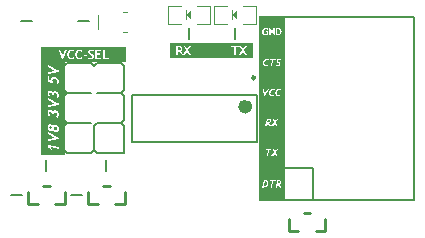
<source format=gto>
G04*
G04 #@! TF.GenerationSoftware,Altium Limited,Altium Designer,19.1.7 (138)*
G04*
G04 Layer_Color=65535*
%FSLAX25Y25*%
%MOIN*%
G70*
G01*
G75*
%ADD10C,0.02362*%
%ADD11C,0.00984*%
%ADD12C,0.00197*%
%ADD13C,0.00787*%
%ADD14C,0.00800*%
%ADD15C,0.00394*%
G36*
X70354Y74764D02*
X68780Y76339D01*
X70354Y77913D01*
Y74764D01*
D02*
G37*
G36*
X68780D02*
X68661D01*
Y77913D01*
X68780D01*
Y74764D01*
D02*
G37*
G36*
X85630D02*
X84055Y76339D01*
X85630Y77913D01*
Y74764D01*
D02*
G37*
G36*
X84055D02*
X83937D01*
Y77913D01*
X84055D01*
Y74764D01*
D02*
G37*
G36*
X101496Y65417D02*
Y55417D01*
Y45417D01*
Y35417D01*
Y25417D01*
Y14410D01*
X92835D01*
Y25417D01*
Y35417D01*
Y45417D01*
Y55417D01*
Y65417D01*
Y76181D01*
X101496D01*
Y65417D01*
D02*
G37*
G36*
X91037Y61929D02*
X63150D01*
Y67087D01*
X91037D01*
Y61929D01*
D02*
G37*
G36*
X28189Y52520D02*
X28189D01*
Y41614D01*
X28189D01*
Y29803D01*
X20315D01*
Y40787D01*
X20315D01*
Y52598D01*
X20315D01*
Y60624D01*
X28189D01*
Y52520D01*
D02*
G37*
G36*
X48583Y60630D02*
X20315D01*
Y65787D01*
X48583D01*
Y60630D01*
D02*
G37*
%LPC*%
G36*
X95207Y72050D02*
X95167D01*
X95065Y72046D01*
X94967Y72035D01*
X94876Y72017D01*
X94792Y71995D01*
X94712Y71969D01*
X94639Y71937D01*
X94570Y71908D01*
X94512Y71875D01*
X94457Y71838D01*
X94410Y71809D01*
X94370Y71780D01*
X94337Y71751D01*
X94308Y71729D01*
X94290Y71711D01*
X94279Y71700D01*
X94275Y71697D01*
X94217Y71627D01*
X94166Y71558D01*
X94122Y71482D01*
X94082Y71409D01*
X94053Y71333D01*
X94024Y71256D01*
X94002Y71183D01*
X93984Y71114D01*
X93973Y71045D01*
X93962Y70987D01*
X93955Y70929D01*
X93948Y70881D01*
Y70845D01*
X93944Y70816D01*
Y70790D01*
X93948Y70688D01*
X93959Y70590D01*
X93973Y70499D01*
X93991Y70412D01*
X94013Y70332D01*
X94039Y70259D01*
X94068Y70190D01*
X94097Y70128D01*
X94122Y70073D01*
X94152Y70026D01*
X94177Y69986D01*
X94199Y69949D01*
X94217Y69924D01*
X94232Y69902D01*
X94243Y69891D01*
X94246Y69887D01*
X94304Y69829D01*
X94370Y69775D01*
X94435Y69731D01*
X94505Y69691D01*
X94574Y69658D01*
X94643Y69633D01*
X94708Y69611D01*
X94774Y69593D01*
X94836Y69578D01*
X94890Y69567D01*
X94941Y69560D01*
X94985Y69553D01*
X95021D01*
X95051Y69549D01*
X95072D01*
X95163Y69553D01*
X95251Y69560D01*
X95331Y69571D01*
X95404Y69585D01*
X95465Y69596D01*
X95491Y69604D01*
X95513Y69607D01*
X95531Y69611D01*
X95542Y69614D01*
X95549Y69618D01*
X95553D01*
X95640Y69647D01*
X95717Y69676D01*
X95786Y69709D01*
X95844Y69742D01*
X95891Y69771D01*
X95924Y69793D01*
X95946Y69807D01*
X95953Y69815D01*
Y70899D01*
X95189D01*
Y70532D01*
X95524D01*
Y70055D01*
X95465Y70015D01*
X95400Y69982D01*
X95338Y69960D01*
X95280Y69946D01*
X95225Y69938D01*
X95185Y69935D01*
X95167Y69931D01*
X95145D01*
X95083Y69935D01*
X95021Y69942D01*
X94963Y69953D01*
X94912Y69968D01*
X94861Y69986D01*
X94818Y70004D01*
X94774Y70026D01*
X94737Y70048D01*
X94705Y70066D01*
X94676Y70088D01*
X94650Y70106D01*
X94628Y70124D01*
X94614Y70139D01*
X94603Y70149D01*
X94596Y70157D01*
X94592Y70160D01*
X94555Y70204D01*
X94526Y70251D01*
X94501Y70302D01*
X94475Y70353D01*
X94439Y70455D01*
X94417Y70554D01*
X94410Y70601D01*
X94403Y70641D01*
X94399Y70681D01*
X94395Y70710D01*
X94392Y70739D01*
Y70757D01*
Y70772D01*
Y70776D01*
X94395Y70848D01*
X94399Y70921D01*
X94410Y70987D01*
X94424Y71049D01*
X94439Y71107D01*
X94457Y71161D01*
X94475Y71209D01*
X94494Y71252D01*
X94512Y71293D01*
X94530Y71325D01*
X94548Y71354D01*
X94563Y71380D01*
X94577Y71398D01*
X94588Y71413D01*
X94592Y71420D01*
X94596Y71424D01*
X94636Y71467D01*
X94679Y71504D01*
X94727Y71536D01*
X94770Y71566D01*
X94818Y71587D01*
X94865Y71609D01*
X94956Y71638D01*
X94996Y71646D01*
X95036Y71653D01*
X95072Y71660D01*
X95101Y71664D01*
X95127Y71667D01*
X95160D01*
X95203Y71664D01*
X95251Y71657D01*
X95294Y71646D01*
X95338Y71635D01*
X95375Y71620D01*
X95404Y71609D01*
X95422Y71602D01*
X95429Y71598D01*
X95484Y71573D01*
X95535Y71551D01*
X95575Y71529D01*
X95608Y71507D01*
X95633Y71493D01*
X95651Y71478D01*
X95662Y71471D01*
X95666Y71467D01*
X95848Y71813D01*
X95793Y71853D01*
X95739Y71889D01*
X95680Y71922D01*
X95622Y71951D01*
X95567Y71973D01*
X95509Y71991D01*
X95404Y72021D01*
X95353Y72031D01*
X95309Y72039D01*
X95269Y72042D01*
X95233Y72046D01*
X95207Y72050D01*
D02*
G37*
G36*
X98097Y72010D02*
X97682D01*
Y70550D01*
X96539Y72010D01*
X96332D01*
Y69589D01*
X96747D01*
Y71089D01*
X97922Y69556D01*
X98097D01*
Y72010D01*
D02*
G37*
G36*
X99258Y72028D02*
X99127D01*
X99080Y72024D01*
X99029D01*
X98975Y72021D01*
X98865D01*
X98811Y72017D01*
X98763D01*
X98716Y72013D01*
X98676D01*
X98640Y72010D01*
X98592D01*
Y69589D01*
X99127D01*
X99240Y69593D01*
X99349Y69604D01*
X99451Y69622D01*
X99542Y69644D01*
X99630Y69676D01*
X99710Y69709D01*
X99786Y69749D01*
X99855Y69793D01*
X99921Y69840D01*
X99979Y69891D01*
X100030Y69946D01*
X100081Y70000D01*
X100125Y70059D01*
X100161Y70120D01*
X100198Y70179D01*
X100230Y70240D01*
X100256Y70302D01*
X100281Y70361D01*
X100321Y70481D01*
X100347Y70590D01*
X100358Y70641D01*
X100369Y70688D01*
X100372Y70732D01*
X100380Y70772D01*
X100383Y70808D01*
Y70837D01*
X100387Y70859D01*
Y70892D01*
X100383Y70987D01*
X100372Y71074D01*
X100358Y71158D01*
X100339Y71238D01*
X100314Y71311D01*
X100288Y71380D01*
X100259Y71442D01*
X100230Y71496D01*
X100201Y71547D01*
X100172Y71591D01*
X100147Y71627D01*
X100121Y71660D01*
X100103Y71682D01*
X100088Y71700D01*
X100077Y71711D01*
X100074Y71715D01*
X100012Y71769D01*
X99950Y71817D01*
X99881Y71860D01*
X99812Y71897D01*
X99743Y71926D01*
X99673Y71951D01*
X99604Y71973D01*
X99539Y71988D01*
X99477Y72002D01*
X99419Y72010D01*
X99368Y72017D01*
X99324Y72024D01*
X99287D01*
X99258Y72028D01*
D02*
G37*
G36*
X95613Y61786D02*
X95562D01*
X95453Y61782D01*
X95347Y61768D01*
X95249Y61742D01*
X95158Y61717D01*
X95071Y61680D01*
X94990Y61640D01*
X94918Y61600D01*
X94852Y61560D01*
X94790Y61516D01*
X94739Y61476D01*
X94696Y61436D01*
X94659Y61404D01*
X94630Y61374D01*
X94608Y61349D01*
X94594Y61335D01*
X94590Y61331D01*
X94525Y61243D01*
X94466Y61152D01*
X94419Y61062D01*
X94375Y60967D01*
X94339Y60872D01*
X94310Y60778D01*
X94284Y60690D01*
X94266Y60603D01*
X94252Y60523D01*
X94237Y60446D01*
X94230Y60381D01*
X94226Y60326D01*
X94222Y60279D01*
X94219Y60242D01*
Y60213D01*
X94222Y60137D01*
X94230Y60064D01*
X94241Y59999D01*
X94255Y59933D01*
X94273Y59875D01*
X94295Y59817D01*
X94317Y59766D01*
X94339Y59722D01*
X94361Y59678D01*
X94383Y59646D01*
X94405Y59613D01*
X94423Y59587D01*
X94437Y59566D01*
X94448Y59551D01*
X94455Y59544D01*
X94459Y59540D01*
X94506Y59496D01*
X94557Y59456D01*
X94608Y59424D01*
X94663Y59394D01*
X94714Y59369D01*
X94769Y59347D01*
X94819Y59329D01*
X94870Y59318D01*
X94914Y59307D01*
X94958Y59300D01*
X94998Y59293D01*
X95030Y59289D01*
X95060Y59285D01*
X95096D01*
X95176Y59289D01*
X95253Y59293D01*
X95322Y59303D01*
X95391Y59318D01*
X95449Y59333D01*
X95504Y59351D01*
X95555Y59369D01*
X95602Y59387D01*
X95642Y59405D01*
X95675Y59424D01*
X95704Y59442D01*
X95729Y59456D01*
X95748Y59471D01*
X95762Y59482D01*
X95770Y59485D01*
X95773Y59489D01*
X95784Y59868D01*
X95740Y59831D01*
X95697Y59802D01*
X95649Y59773D01*
X95598Y59751D01*
X95496Y59715D01*
X95402Y59689D01*
X95358Y59682D01*
X95315Y59675D01*
X95278Y59671D01*
X95245Y59667D01*
X95220Y59664D01*
X95183D01*
X95140Y59667D01*
X95096Y59671D01*
X95020Y59689D01*
X94954Y59715D01*
X94899Y59747D01*
X94859Y59777D01*
X94827Y59802D01*
X94809Y59820D01*
X94801Y59828D01*
X94757Y59893D01*
X94725Y59970D01*
X94699Y60042D01*
X94685Y60111D01*
X94674Y60177D01*
X94670Y60202D01*
Y60224D01*
X94666Y60246D01*
Y60261D01*
Y60268D01*
Y60272D01*
X94670Y60352D01*
X94678Y60428D01*
X94688Y60505D01*
X94707Y60574D01*
X94725Y60643D01*
X94747Y60708D01*
X94769Y60767D01*
X94794Y60825D01*
X94816Y60876D01*
X94838Y60920D01*
X94859Y60960D01*
X94878Y60992D01*
X94896Y61018D01*
X94907Y61040D01*
X94914Y61051D01*
X94918Y61054D01*
X94965Y61116D01*
X95016Y61171D01*
X95067Y61218D01*
X95122Y61262D01*
X95173Y61295D01*
X95223Y61324D01*
X95274Y61349D01*
X95322Y61367D01*
X95369Y61382D01*
X95409Y61393D01*
X95446Y61400D01*
X95478Y61407D01*
X95504D01*
X95526Y61411D01*
X95540D01*
X95624Y61404D01*
X95704Y61389D01*
X95777Y61367D01*
X95839Y61345D01*
X95890Y61320D01*
X95926Y61298D01*
X95941Y61287D01*
X95951Y61284D01*
X95955Y61276D01*
X95959D01*
X96083Y61688D01*
X95995Y61720D01*
X95904Y61746D01*
X95817Y61760D01*
X95737Y61775D01*
X95700Y61779D01*
X95667Y61782D01*
X95638D01*
X95613Y61786D01*
D02*
G37*
G36*
X99595D02*
X99548D01*
X99482Y61782D01*
X99420Y61779D01*
X99362Y61768D01*
X99304Y61757D01*
X99253Y61742D01*
X99206Y61724D01*
X99162Y61706D01*
X99122Y61688D01*
X99085Y61669D01*
X99056Y61651D01*
X99027Y61637D01*
X99005Y61618D01*
X98987Y61607D01*
X98976Y61597D01*
X98969Y61593D01*
X98965Y61589D01*
X98925Y61553D01*
X98893Y61509D01*
X98864Y61469D01*
X98838Y61426D01*
X98820Y61378D01*
X98802Y61335D01*
X98776Y61251D01*
X98765Y61214D01*
X98758Y61178D01*
X98754Y61145D01*
X98751Y61116D01*
X98747Y61094D01*
Y61076D01*
Y61065D01*
Y61062D01*
X98751Y61000D01*
X98754Y60970D01*
X98758Y60945D01*
X98761Y60923D01*
X98765Y60909D01*
X98769Y60898D01*
Y60894D01*
X98791Y60836D01*
X98802Y60807D01*
X98813Y60785D01*
X98823Y60763D01*
X98831Y60748D01*
X98834Y60738D01*
X98838Y60734D01*
X98871Y60683D01*
X98900Y60647D01*
X98911Y60632D01*
X98918Y60621D01*
X98925Y60617D01*
Y60614D01*
X98944Y60596D01*
X98969Y60577D01*
X99024Y60530D01*
X99045Y60512D01*
X99067Y60494D01*
X99082Y60483D01*
X99085Y60479D01*
X99344Y60272D01*
X99380Y60242D01*
X99417Y60213D01*
X99442Y60184D01*
X99468Y60155D01*
X99489Y60130D01*
X99508Y60104D01*
X99533Y60061D01*
X99548Y60021D01*
X99555Y59995D01*
X99559Y59977D01*
Y59970D01*
X99555Y59922D01*
X99541Y59878D01*
X99522Y59842D01*
X99501Y59809D01*
X99475Y59787D01*
X99457Y59769D01*
X99442Y59758D01*
X99439Y59755D01*
X99391Y59729D01*
X99344Y59711D01*
X99297Y59700D01*
X99249Y59693D01*
X99209Y59686D01*
X99177Y59682D01*
X99147D01*
X99093Y59686D01*
X99042Y59689D01*
X98944Y59707D01*
X98856Y59737D01*
X98783Y59769D01*
X98751Y59784D01*
X98721Y59798D01*
X98696Y59813D01*
X98674Y59828D01*
X98656Y59838D01*
X98645Y59846D01*
X98638Y59853D01*
X98634D01*
X98496Y59427D01*
X98605Y59380D01*
X98714Y59343D01*
X98816Y59322D01*
X98911Y59303D01*
X98954Y59296D01*
X98991Y59293D01*
X99027Y59289D01*
X99056D01*
X99078Y59285D01*
X99111D01*
X99184Y59289D01*
X99253Y59293D01*
X99318Y59303D01*
X99380Y59314D01*
X99435Y59329D01*
X99489Y59343D01*
X99537Y59362D01*
X99581Y59380D01*
X99621Y59394D01*
X99657Y59413D01*
X99686Y59427D01*
X99712Y59442D01*
X99730Y59453D01*
X99744Y59464D01*
X99752Y59467D01*
X99755Y59471D01*
X99799Y59507D01*
X99839Y59547D01*
X99872Y59587D01*
X99901Y59631D01*
X99926Y59675D01*
X99945Y59715D01*
X99963Y59758D01*
X99974Y59798D01*
X99992Y59875D01*
X99999Y59904D01*
X100003Y59933D01*
X100006Y59955D01*
Y59973D01*
Y59984D01*
Y59988D01*
X100003Y60050D01*
X99999Y60079D01*
X99995Y60104D01*
X99988Y60126D01*
X99985Y60141D01*
X99981Y60151D01*
Y60155D01*
X99959Y60217D01*
X99945Y60242D01*
X99934Y60268D01*
X99923Y60290D01*
X99912Y60304D01*
X99908Y60315D01*
X99905Y60319D01*
X99868Y60374D01*
X99853Y60392D01*
X99839Y60410D01*
X99828Y60425D01*
X99817Y60435D01*
X99813Y60439D01*
X99810Y60443D01*
X99792Y60461D01*
X99766Y60486D01*
X99715Y60534D01*
X99690Y60556D01*
X99672Y60574D01*
X99657Y60585D01*
X99653Y60588D01*
X99402Y60799D01*
X99366Y60832D01*
X99333Y60865D01*
X99308Y60894D01*
X99282Y60923D01*
X99264Y60949D01*
X99246Y60974D01*
X99220Y61018D01*
X99206Y61054D01*
X99198Y61083D01*
X99195Y61098D01*
Y61105D01*
X99198Y61160D01*
X99213Y61203D01*
X99231Y61247D01*
X99257Y61280D01*
X99286Y61309D01*
X99318Y61335D01*
X99355Y61353D01*
X99391Y61371D01*
X99464Y61393D01*
X99497Y61396D01*
X99526Y61404D01*
X99551D01*
X99570Y61407D01*
X99588D01*
X99661Y61400D01*
X99733Y61386D01*
X99799Y61364D01*
X99857Y61338D01*
X99908Y61309D01*
X99945Y61287D01*
X99959Y61280D01*
X99970Y61273D01*
X99974Y61265D01*
X99977D01*
X100112Y61695D01*
X100079Y61706D01*
X100039Y61717D01*
X99952Y61739D01*
X99912Y61746D01*
X99879Y61753D01*
X99857Y61757D01*
X99850D01*
X99784Y61768D01*
X99726Y61775D01*
X99672Y61779D01*
X99628Y61782D01*
X99595Y61786D01*
D02*
G37*
G36*
X98478Y61746D02*
X96508D01*
X96439Y61367D01*
X97211D01*
X96836Y59325D01*
X97269D01*
X97644Y61367D01*
X98409D01*
X98478Y61746D01*
D02*
G37*
G36*
X99717Y51786D02*
X99666D01*
X99557Y51782D01*
X99451Y51768D01*
X99353Y51742D01*
X99262Y51717D01*
X99175Y51680D01*
X99095Y51640D01*
X99022Y51600D01*
X98956Y51560D01*
X98894Y51516D01*
X98843Y51477D01*
X98800Y51436D01*
X98763Y51404D01*
X98734Y51375D01*
X98712Y51349D01*
X98698Y51335D01*
X98694Y51331D01*
X98629Y51244D01*
X98570Y51152D01*
X98523Y51061D01*
X98479Y50967D01*
X98443Y50872D01*
X98414Y50778D01*
X98388Y50690D01*
X98370Y50603D01*
X98356Y50523D01*
X98341Y50446D01*
X98334Y50381D01*
X98330Y50326D01*
X98327Y50279D01*
X98323Y50243D01*
Y50213D01*
X98327Y50137D01*
X98334Y50064D01*
X98345Y49999D01*
X98359Y49933D01*
X98378Y49875D01*
X98399Y49817D01*
X98421Y49766D01*
X98443Y49722D01*
X98465Y49678D01*
X98487Y49646D01*
X98509Y49613D01*
X98527Y49587D01*
X98541Y49566D01*
X98552Y49551D01*
X98559Y49544D01*
X98563Y49540D01*
X98611Y49496D01*
X98661Y49456D01*
X98712Y49424D01*
X98767Y49394D01*
X98818Y49369D01*
X98873Y49347D01*
X98923Y49329D01*
X98975Y49318D01*
X99018Y49307D01*
X99062Y49300D01*
X99102Y49292D01*
X99135Y49289D01*
X99164Y49285D01*
X99200D01*
X99280Y49289D01*
X99357Y49292D01*
X99426Y49303D01*
X99495Y49318D01*
X99553Y49332D01*
X99608Y49351D01*
X99659Y49369D01*
X99706Y49387D01*
X99746Y49405D01*
X99779Y49424D01*
X99808Y49442D01*
X99834Y49456D01*
X99852Y49471D01*
X99866Y49482D01*
X99874Y49485D01*
X99877Y49489D01*
X99888Y49868D01*
X99844Y49831D01*
X99801Y49802D01*
X99753Y49773D01*
X99703Y49751D01*
X99601Y49715D01*
X99506Y49689D01*
X99462Y49682D01*
X99419Y49675D01*
X99382Y49671D01*
X99349Y49667D01*
X99324Y49664D01*
X99287D01*
X99244Y49667D01*
X99200Y49671D01*
X99124Y49689D01*
X99058Y49715D01*
X99004Y49747D01*
X98964Y49777D01*
X98931Y49802D01*
X98913Y49820D01*
X98905Y49828D01*
X98862Y49893D01*
X98829Y49970D01*
X98803Y50042D01*
X98789Y50112D01*
X98778Y50177D01*
X98774Y50203D01*
Y50224D01*
X98771Y50246D01*
Y50261D01*
Y50268D01*
Y50272D01*
X98774Y50352D01*
X98782Y50428D01*
X98792Y50505D01*
X98811Y50574D01*
X98829Y50643D01*
X98851Y50708D01*
X98873Y50767D01*
X98898Y50825D01*
X98920Y50876D01*
X98942Y50920D01*
X98964Y50960D01*
X98982Y50992D01*
X99000Y51018D01*
X99011Y51040D01*
X99018Y51051D01*
X99022Y51054D01*
X99069Y51116D01*
X99120Y51171D01*
X99171Y51218D01*
X99226Y51262D01*
X99277Y51294D01*
X99328Y51324D01*
X99379Y51349D01*
X99426Y51367D01*
X99473Y51382D01*
X99513Y51393D01*
X99550Y51400D01*
X99582Y51407D01*
X99608D01*
X99630Y51411D01*
X99644D01*
X99728Y51404D01*
X99808Y51389D01*
X99881Y51367D01*
X99943Y51345D01*
X99994Y51320D01*
X100030Y51298D01*
X100045Y51287D01*
X100056Y51284D01*
X100059Y51276D01*
X100063D01*
X100187Y51688D01*
X100099Y51720D01*
X100008Y51746D01*
X99921Y51760D01*
X99841Y51775D01*
X99804Y51779D01*
X99772Y51782D01*
X99743D01*
X99717Y51786D01*
D02*
G37*
G36*
X97642D02*
X97591D01*
X97482Y51782D01*
X97377Y51768D01*
X97278Y51742D01*
X97187Y51717D01*
X97100Y51680D01*
X97020Y51640D01*
X96947Y51600D01*
X96882Y51560D01*
X96820Y51516D01*
X96769Y51477D01*
X96725Y51436D01*
X96689Y51404D01*
X96659Y51375D01*
X96638Y51349D01*
X96623Y51335D01*
X96619Y51331D01*
X96554Y51244D01*
X96496Y51152D01*
X96448Y51061D01*
X96405Y50967D01*
X96368Y50872D01*
X96339Y50778D01*
X96314Y50690D01*
X96295Y50603D01*
X96281Y50523D01*
X96266Y50446D01*
X96259Y50381D01*
X96255Y50326D01*
X96252Y50279D01*
X96248Y50243D01*
Y50213D01*
X96252Y50137D01*
X96259Y50064D01*
X96270Y49999D01*
X96285Y49933D01*
X96303Y49875D01*
X96325Y49817D01*
X96346Y49766D01*
X96368Y49722D01*
X96390Y49678D01*
X96412Y49646D01*
X96434Y49613D01*
X96452Y49587D01*
X96466Y49566D01*
X96477Y49551D01*
X96485Y49544D01*
X96488Y49540D01*
X96536Y49496D01*
X96587Y49456D01*
X96638Y49424D01*
X96692Y49394D01*
X96743Y49369D01*
X96798Y49347D01*
X96849Y49329D01*
X96900Y49318D01*
X96943Y49307D01*
X96987Y49300D01*
X97027Y49292D01*
X97060Y49289D01*
X97089Y49285D01*
X97125D01*
X97205Y49289D01*
X97282Y49292D01*
X97351Y49303D01*
X97420Y49318D01*
X97478Y49332D01*
X97533Y49351D01*
X97584Y49369D01*
X97631Y49387D01*
X97671Y49405D01*
X97704Y49424D01*
X97733Y49442D01*
X97759Y49456D01*
X97777Y49471D01*
X97791Y49482D01*
X97799Y49485D01*
X97802Y49489D01*
X97813Y49868D01*
X97770Y49831D01*
X97726Y49802D01*
X97679Y49773D01*
X97628Y49751D01*
X97526Y49715D01*
X97431Y49689D01*
X97387Y49682D01*
X97344Y49675D01*
X97307Y49671D01*
X97275Y49667D01*
X97249Y49664D01*
X97213D01*
X97169Y49667D01*
X97125Y49671D01*
X97049Y49689D01*
X96983Y49715D01*
X96929Y49747D01*
X96889Y49777D01*
X96856Y49802D01*
X96838Y49820D01*
X96830Y49828D01*
X96787Y49893D01*
X96754Y49970D01*
X96729Y50042D01*
X96714Y50112D01*
X96703Y50177D01*
X96700Y50203D01*
Y50224D01*
X96696Y50246D01*
Y50261D01*
Y50268D01*
Y50272D01*
X96700Y50352D01*
X96707Y50428D01*
X96718Y50505D01*
X96736Y50574D01*
X96754Y50643D01*
X96776Y50708D01*
X96798Y50767D01*
X96823Y50825D01*
X96845Y50876D01*
X96867Y50920D01*
X96889Y50960D01*
X96907Y50992D01*
X96925Y51018D01*
X96936Y51040D01*
X96943Y51051D01*
X96947Y51054D01*
X96994Y51116D01*
X97045Y51171D01*
X97096Y51218D01*
X97151Y51262D01*
X97202Y51294D01*
X97253Y51324D01*
X97304Y51349D01*
X97351Y51367D01*
X97398Y51382D01*
X97438Y51393D01*
X97475Y51400D01*
X97508Y51407D01*
X97533D01*
X97555Y51411D01*
X97569D01*
X97653Y51404D01*
X97733Y51389D01*
X97806Y51367D01*
X97868Y51345D01*
X97919Y51320D01*
X97955Y51298D01*
X97970Y51287D01*
X97981Y51284D01*
X97984Y51276D01*
X97988D01*
X98112Y51688D01*
X98024Y51720D01*
X97933Y51746D01*
X97846Y51760D01*
X97766Y51775D01*
X97730Y51779D01*
X97697Y51782D01*
X97668D01*
X97642Y51786D01*
D02*
G37*
G36*
X96223Y51746D02*
X95739D01*
X94894Y50148D01*
X94603Y51746D01*
X94144D01*
X94632Y49292D01*
X94865D01*
X96223Y51746D01*
D02*
G37*
G36*
X99371Y41733D02*
X98869D01*
X98247Y40947D01*
X97904Y41730D01*
X97460Y41733D01*
X97948Y40572D01*
X96951Y39312D01*
X97453D01*
X98126Y40161D01*
X98487Y39312D01*
X98960D01*
X98425Y40539D01*
X99371Y41733D01*
D02*
G37*
G36*
X96070Y41759D02*
X95964D01*
X95920Y41755D01*
X95873D01*
X95768Y41751D01*
X95662Y41748D01*
X95611Y41744D01*
X95564Y41740D01*
X95520D01*
X95480Y41737D01*
X95447D01*
X95425Y41733D01*
X95404D01*
X94960Y39312D01*
X95400D01*
X95589Y40328D01*
X95648Y40324D01*
X95702Y40321D01*
X95749Y40317D01*
X95789D01*
X95822Y40314D01*
X95866D01*
X96328Y39312D01*
X96812D01*
X96274Y40383D01*
X96372Y40415D01*
X96459Y40455D01*
X96536Y40499D01*
X96598Y40546D01*
X96649Y40590D01*
X96685Y40630D01*
X96696Y40641D01*
X96707Y40652D01*
X96714Y40659D01*
Y40663D01*
X96743Y40703D01*
X96769Y40747D01*
X96812Y40834D01*
X96841Y40918D01*
X96860Y40998D01*
X96874Y41067D01*
X96878Y41096D01*
Y41122D01*
X96882Y41140D01*
Y41169D01*
X96878Y41220D01*
X96871Y41271D01*
X96860Y41315D01*
X96845Y41358D01*
X96809Y41431D01*
X96769Y41493D01*
X96725Y41544D01*
X96689Y41577D01*
X96674Y41591D01*
X96663Y41598D01*
X96656Y41606D01*
X96652D01*
X96609Y41631D01*
X96561Y41657D01*
X96459Y41693D01*
X96357Y41722D01*
X96259Y41740D01*
X96212Y41748D01*
X96168Y41751D01*
X96132Y41755D01*
X96099D01*
X96070Y41759D01*
D02*
G37*
G36*
X99351Y31746D02*
X98849D01*
X98226Y30960D01*
X97884Y31742D01*
X97440Y31746D01*
X97928Y30585D01*
X97018Y29436D01*
X96931Y29325D01*
X97433D01*
X98106Y30173D01*
X98467Y29325D01*
X98940D01*
X98405Y30552D01*
X99351Y31746D01*
D02*
G37*
G36*
X97018D02*
X95049D01*
X94980Y31367D01*
X95751D01*
X95376Y29325D01*
X95810D01*
X96184Y31367D01*
X96949D01*
X97018Y31746D01*
D02*
G37*
G36*
X99550Y21306D02*
X99444D01*
X99400Y21303D01*
X99353D01*
X99247Y21299D01*
X99142Y21295D01*
X99091Y21292D01*
X99044Y21288D01*
X99000D01*
X98960Y21284D01*
X98927D01*
X98905Y21281D01*
X98883D01*
X98439Y18860D01*
X98880D01*
X99069Y19876D01*
X99127Y19872D01*
X99182Y19869D01*
X99229Y19865D01*
X99269D01*
X99302Y19861D01*
X99346D01*
X99808Y18860D01*
X100292D01*
X99753Y19930D01*
X99852Y19963D01*
X99939Y20003D01*
X100015Y20047D01*
X100077Y20094D01*
X100128Y20138D01*
X100165Y20178D01*
X100176Y20189D01*
X100187Y20200D01*
X100194Y20207D01*
Y20211D01*
X100223Y20251D01*
X100249Y20294D01*
X100292Y20382D01*
X100321Y20466D01*
X100339Y20546D01*
X100354Y20615D01*
X100358Y20644D01*
Y20669D01*
X100361Y20688D01*
Y20717D01*
X100358Y20768D01*
X100350Y20819D01*
X100339Y20862D01*
X100325Y20906D01*
X100288Y20979D01*
X100249Y21041D01*
X100205Y21092D01*
X100168Y21124D01*
X100154Y21139D01*
X100143Y21146D01*
X100136Y21154D01*
X100132D01*
X100088Y21179D01*
X100041Y21204D01*
X99939Y21241D01*
X99837Y21270D01*
X99739Y21288D01*
X99692Y21295D01*
X99648Y21299D01*
X99612Y21303D01*
X99579D01*
X99550Y21306D01*
D02*
G37*
G36*
X98407Y21281D02*
X96437D01*
X96368Y20902D01*
X97140D01*
X96765Y18860D01*
X97198D01*
X97573Y20902D01*
X98338D01*
X98407Y21281D01*
D02*
G37*
G36*
X94916Y21321D02*
X94781D01*
X94701Y21314D01*
X94625Y21306D01*
X94555Y21299D01*
X94497Y21292D01*
X94472Y21288D01*
X94450Y21284D01*
X94435Y21281D01*
X94421D01*
X94414Y21277D01*
X94410D01*
X93970Y18860D01*
X94552D01*
X94672Y18864D01*
X94788Y18879D01*
X94898Y18897D01*
X95000Y18922D01*
X95094Y18955D01*
X95182Y18988D01*
X95262Y19024D01*
X95335Y19060D01*
X95400Y19097D01*
X95458Y19133D01*
X95506Y19170D01*
X95546Y19199D01*
X95578Y19224D01*
X95600Y19242D01*
X95615Y19257D01*
X95618Y19261D01*
X95688Y19337D01*
X95749Y19421D01*
X95804Y19508D01*
X95851Y19599D01*
X95888Y19687D01*
X95920Y19778D01*
X95946Y19865D01*
X95968Y19949D01*
X95986Y20029D01*
X95997Y20101D01*
X96008Y20167D01*
X96012Y20222D01*
X96015Y20269D01*
X96019Y20305D01*
Y20335D01*
X96015Y20422D01*
X96004Y20502D01*
X95990Y20578D01*
X95972Y20651D01*
X95950Y20717D01*
X95924Y20775D01*
X95895Y20830D01*
X95870Y20880D01*
X95840Y20924D01*
X95811Y20961D01*
X95786Y20993D01*
X95764Y21019D01*
X95746Y21041D01*
X95731Y21055D01*
X95720Y21062D01*
X95717Y21066D01*
X95658Y21110D01*
X95593Y21150D01*
X95527Y21183D01*
X95455Y21215D01*
X95385Y21237D01*
X95313Y21259D01*
X95244Y21277D01*
X95174Y21288D01*
X95112Y21299D01*
X95054Y21306D01*
X95000Y21314D01*
X94952Y21317D01*
X94916Y21321D01*
D02*
G37*
%LPD*%
G36*
X99280Y71642D02*
X99342Y71638D01*
X99400Y71627D01*
X99455Y71613D01*
X99502Y71595D01*
X99550Y71573D01*
X99633Y71525D01*
X99703Y71464D01*
X99761Y71398D01*
X99812Y71329D01*
X99848Y71256D01*
X99877Y71183D01*
X99903Y71114D01*
X99917Y71049D01*
X99928Y70987D01*
X99935Y70939D01*
X99939Y70899D01*
Y70885D01*
Y70874D01*
Y70870D01*
Y70867D01*
X99935Y70790D01*
X99932Y70717D01*
X99921Y70648D01*
X99910Y70583D01*
X99895Y70524D01*
X99881Y70470D01*
X99863Y70419D01*
X99848Y70375D01*
X99830Y70335D01*
X99812Y70302D01*
X99797Y70273D01*
X99783Y70248D01*
X99772Y70230D01*
X99761Y70215D01*
X99757Y70208D01*
X99753Y70204D01*
X99717Y70164D01*
X99677Y70128D01*
X99637Y70095D01*
X99597Y70069D01*
X99553Y70048D01*
X99510Y70029D01*
X99430Y70000D01*
X99357Y69982D01*
X99324Y69978D01*
X99298Y69975D01*
X99277Y69971D01*
X99160D01*
X99120Y69975D01*
X99062D01*
X99040Y69978D01*
X99022D01*
Y71631D01*
X99066Y71635D01*
X99106Y71638D01*
X99138Y71642D01*
X99164Y71646D01*
X99215D01*
X99280Y71642D01*
D02*
G37*
G36*
X96033Y41373D02*
X96113Y41365D01*
X96183Y41355D01*
X96237Y41340D01*
X96281Y41325D01*
X96310Y41315D01*
X96325Y41307D01*
X96332Y41304D01*
X96372Y41274D01*
X96401Y41238D01*
X96423Y41198D01*
X96437Y41158D01*
X96445Y41125D01*
X96452Y41096D01*
Y41074D01*
Y41071D01*
Y41067D01*
Y41031D01*
X96445Y40998D01*
X96426Y40936D01*
X96394Y40885D01*
X96354Y40841D01*
X96306Y40801D01*
X96255Y40769D01*
X96197Y40743D01*
X96139Y40725D01*
X96081Y40707D01*
X96022Y40696D01*
X95972Y40685D01*
X95924Y40681D01*
X95884Y40677D01*
X95851Y40674D01*
X95826D01*
X95768Y40677D01*
X95709Y40681D01*
X95688D01*
X95669Y40685D01*
X95651D01*
X95775Y41362D01*
X95822Y41365D01*
X95859Y41369D01*
X95884Y41373D01*
X95906Y41376D01*
X95986D01*
X96033Y41373D01*
D02*
G37*
G36*
X99513Y20921D02*
X99593Y20913D01*
X99662Y20902D01*
X99717Y20888D01*
X99761Y20873D01*
X99790Y20862D01*
X99804Y20855D01*
X99812Y20851D01*
X99852Y20822D01*
X99881Y20786D01*
X99903Y20746D01*
X99917Y20706D01*
X99924Y20673D01*
X99932Y20644D01*
Y20622D01*
Y20618D01*
Y20615D01*
Y20578D01*
X99924Y20546D01*
X99906Y20484D01*
X99874Y20433D01*
X99834Y20389D01*
X99786Y20349D01*
X99735Y20316D01*
X99677Y20291D01*
X99619Y20273D01*
X99560Y20254D01*
X99502Y20244D01*
X99451Y20233D01*
X99404Y20229D01*
X99364Y20225D01*
X99331Y20222D01*
X99306D01*
X99247Y20225D01*
X99189Y20229D01*
X99167D01*
X99149Y20233D01*
X99131D01*
X99255Y20910D01*
X99302Y20913D01*
X99339Y20917D01*
X99364Y20921D01*
X99386Y20924D01*
X99466D01*
X99513Y20921D01*
D02*
G37*
G36*
X95032Y20939D02*
X95120Y20921D01*
X95200Y20895D01*
X95265Y20866D01*
X95316Y20833D01*
X95338Y20819D01*
X95356Y20808D01*
X95371Y20797D01*
X95382Y20789D01*
X95385Y20786D01*
X95389Y20782D01*
X95422Y20749D01*
X95447Y20717D01*
X95473Y20680D01*
X95491Y20648D01*
X95524Y20575D01*
X95546Y20506D01*
X95556Y20447D01*
X95564Y20418D01*
Y20396D01*
X95567Y20378D01*
Y20364D01*
Y20356D01*
Y20353D01*
X95564Y20262D01*
X95556Y20178D01*
X95542Y20098D01*
X95527Y20021D01*
X95506Y19949D01*
X95484Y19883D01*
X95462Y19821D01*
X95436Y19767D01*
X95411Y19716D01*
X95389Y19672D01*
X95367Y19636D01*
X95345Y19606D01*
X95331Y19581D01*
X95316Y19563D01*
X95309Y19552D01*
X95305Y19548D01*
X95254Y19494D01*
X95200Y19446D01*
X95145Y19406D01*
X95087Y19370D01*
X95029Y19341D01*
X94971Y19315D01*
X94912Y19293D01*
X94858Y19279D01*
X94807Y19264D01*
X94759Y19257D01*
X94716Y19250D01*
X94679Y19242D01*
X94650D01*
X94625Y19239D01*
X94563D01*
X94519Y19242D01*
X94475D01*
X94774Y20928D01*
X94832Y20939D01*
X94858Y20942D01*
X94883D01*
X94901Y20946D01*
X94981D01*
X95032Y20939D01*
D02*
G37*
%LPC*%
G36*
X88835Y66064D02*
X88249D01*
X87572Y65000D01*
X86905Y66059D01*
X86333Y66064D01*
X87274Y64527D01*
X86257Y62919D01*
X86839D01*
X87563Y64063D01*
X88273Y62919D01*
X88883D01*
X87866Y64536D01*
X88835Y66064D01*
D02*
G37*
G36*
X86206D02*
X83599D01*
Y65567D01*
X84602D01*
Y62919D01*
X85160D01*
Y65567D01*
X86206D01*
Y66064D01*
D02*
G37*
G36*
X66226Y66097D02*
X66098D01*
X66013Y66092D01*
X65928D01*
X65847Y66088D01*
X65772Y66083D01*
X65715D01*
X65691Y66078D01*
X65606D01*
X65559Y66074D01*
X65516D01*
X65474Y66069D01*
X65412D01*
X65365Y66064D01*
X65304D01*
Y62919D01*
X65885D01*
Y64233D01*
X65966Y64229D01*
X66037Y64224D01*
X66098D01*
X66145Y64219D01*
X66235D01*
X67082Y62919D01*
X68260D01*
X68984Y64063D01*
X69693Y62919D01*
X70303D01*
X69286Y64536D01*
X70256Y66064D01*
X69669D01*
X68993Y65000D01*
X68326Y66059D01*
X67754Y66064D01*
X68695Y64527D01*
X67701Y62955D01*
X67678Y62990D01*
X66794Y64333D01*
X66883Y64375D01*
X66964Y64423D01*
X67035Y64480D01*
X67096Y64531D01*
X67144Y64579D01*
X67181Y64621D01*
X67200Y64650D01*
X67210Y64654D01*
Y64659D01*
X67266Y64749D01*
X67304Y64839D01*
X67333Y64924D01*
X67356Y65000D01*
X67366Y65071D01*
X67371Y65123D01*
X67375Y65142D01*
Y65156D01*
Y65165D01*
Y65170D01*
X67371Y65255D01*
X67361Y65336D01*
X67347Y65407D01*
X67323Y65478D01*
X67295Y65539D01*
X67266Y65601D01*
X67186Y65705D01*
X67096Y65794D01*
X66997Y65870D01*
X66888Y65932D01*
X66775Y65984D01*
X66661Y66022D01*
X66552Y66050D01*
X66453Y66069D01*
X66363Y66083D01*
X66283Y66092D01*
X66254D01*
X66226Y66097D01*
D02*
G37*
%LPD*%
G36*
X66202Y65586D02*
X66311Y65577D01*
X66406Y65563D01*
X66486Y65544D01*
X66543Y65525D01*
X66585Y65511D01*
X66609Y65501D01*
X66619Y65496D01*
X66675Y65459D01*
X66718Y65407D01*
X66751Y65355D01*
X66770Y65302D01*
X66784Y65255D01*
X66789Y65213D01*
X66794Y65184D01*
Y65180D01*
Y65175D01*
X66789Y65075D01*
X66770Y64990D01*
X66742Y64924D01*
X66713Y64872D01*
X66680Y64834D01*
X66656Y64806D01*
X66637Y64792D01*
X66628Y64787D01*
X66562Y64754D01*
X66481Y64730D01*
X66396Y64716D01*
X66311Y64706D01*
X66235Y64697D01*
X66202D01*
X66174Y64692D01*
X66046D01*
X65970Y64697D01*
X65937D01*
X65909Y64702D01*
X65885D01*
Y65577D01*
X65956Y65586D01*
X66013Y65591D01*
X66070D01*
X66202Y65586D01*
D02*
G37*
%LPC*%
G36*
X26100Y59793D02*
X22420D01*
X26100D01*
Y57757D01*
X22420Y59793D01*
Y59067D01*
X24817Y57800D01*
X22420Y57363D01*
Y56675D01*
X26100Y57407D01*
Y59793D01*
D02*
G37*
G36*
Y55993D02*
X22404D01*
Y54011D01*
X24195Y53700D01*
X24320Y53973D01*
X24271Y54022D01*
X24227Y54071D01*
X24189Y54126D01*
X24156Y54175D01*
X24107Y54273D01*
X24069Y54366D01*
X24053Y54448D01*
X24042Y54508D01*
X24036Y54530D01*
Y54562D01*
X24042Y54650D01*
X24058Y54726D01*
X24080Y54792D01*
X24102Y54846D01*
X24124Y54890D01*
X24146Y54923D01*
X24162Y54945D01*
X24167Y54950D01*
X24222Y54999D01*
X24276Y55037D01*
X24337Y55065D01*
X24391Y55087D01*
X24440Y55098D01*
X24479Y55103D01*
X24506D01*
X24517D01*
X24670Y55092D01*
X24812Y55065D01*
X24937Y55032D01*
X25041Y54988D01*
X25085Y54967D01*
X25128Y54945D01*
X25161Y54928D01*
X25188Y54912D01*
X25210Y54896D01*
X25227Y54885D01*
X25238Y54879D01*
X25243Y54874D01*
X25292Y54830D01*
X25336Y54781D01*
X25379Y54732D01*
X25412Y54683D01*
X25461Y54579D01*
X25494Y54481D01*
X25516Y54393D01*
X25521Y54355D01*
X25527Y54322D01*
X25532Y54295D01*
Y54257D01*
X25527Y54197D01*
X25516Y54137D01*
X25505Y54082D01*
X25489Y54027D01*
X25472Y53984D01*
X25456Y53951D01*
X25450Y53929D01*
X25445Y53918D01*
X25407Y53858D01*
X25368Y53798D01*
X25330Y53749D01*
X25298Y53711D01*
X25265Y53672D01*
X25238Y53651D01*
X25221Y53634D01*
X25216Y53629D01*
X25789Y53350D01*
X25844Y53411D01*
X25893Y53481D01*
X25931Y53547D01*
X25969Y53618D01*
X25996Y53689D01*
X26024Y53754D01*
X26062Y53891D01*
X26073Y53951D01*
X26084Y54006D01*
X26089Y54055D01*
X26095Y54098D01*
X26100Y54137D01*
Y54186D01*
X26095Y54328D01*
X26078Y54464D01*
X26057Y54590D01*
X26029Y54704D01*
X25991Y54814D01*
X25942Y54917D01*
X25893Y55010D01*
X25833Y55098D01*
X25773Y55180D01*
X25707Y55251D01*
X25636Y55316D01*
X25565Y55376D01*
X25489Y55436D01*
X25407Y55485D01*
X25248Y55567D01*
X25090Y55633D01*
X24937Y55682D01*
X24795Y55715D01*
X24670Y55742D01*
X24610Y55747D01*
X24561Y55753D01*
X24511Y55758D01*
X24473D01*
X24446Y55764D01*
X24419D01*
X24408D01*
X24402D01*
X24331Y55758D01*
X24266Y55753D01*
X24140Y55720D01*
X24036Y55676D01*
X23944Y55622D01*
X23867Y55567D01*
X23812Y55524D01*
X23796Y55507D01*
X23780Y55491D01*
X23774Y55485D01*
X23769Y55480D01*
X23725Y55425D01*
X23687Y55371D01*
X23621Y55256D01*
X23578Y55141D01*
X23550Y55037D01*
X23528Y54945D01*
X23523Y54906D01*
Y54874D01*
X23518Y54846D01*
Y54732D01*
X23528Y54661D01*
X23539Y54601D01*
X23550Y54546D01*
X23561Y54502D01*
X23572Y54464D01*
X23578Y54442D01*
X23583Y54437D01*
X22972Y54552D01*
Y55884D01*
X22404Y55993D01*
X26100D01*
D01*
D02*
G37*
G36*
X26125Y51203D02*
X23253D01*
X23176Y51197D01*
X23111Y51192D01*
X22980Y51159D01*
X22871Y51116D01*
X22783Y51061D01*
X22707Y51006D01*
X22658Y50963D01*
X22625Y50930D01*
X22614Y50924D01*
Y50919D01*
X22570Y50864D01*
X22537Y50804D01*
X22477Y50684D01*
X22434Y50559D01*
X22407Y50444D01*
X22390Y50340D01*
X22385Y50296D01*
Y50258D01*
X22379Y50226D01*
Y50253D01*
Y48626D01*
Y50182D01*
X22385Y50078D01*
X22396Y49974D01*
X22412Y49882D01*
X22434Y49794D01*
X22467Y49707D01*
X22494Y49630D01*
X22527Y49559D01*
X22559Y49499D01*
X22598Y49439D01*
X22630Y49390D01*
X22658Y49347D01*
X22685Y49314D01*
X22712Y49286D01*
X22729Y49265D01*
X22739Y49254D01*
X22745Y49248D01*
X23149Y49570D01*
X23084Y49663D01*
X23034Y49756D01*
X22996Y49838D01*
X22974Y49914D01*
X22958Y49980D01*
X22952Y50029D01*
X22947Y50062D01*
Y50073D01*
X22952Y50149D01*
X22963Y50220D01*
X22980Y50280D01*
X23007Y50329D01*
X23034Y50373D01*
X23062Y50411D01*
X23100Y50438D01*
X23133Y50466D01*
X23198Y50498D01*
X23258Y50515D01*
X23286D01*
X23302Y50520D01*
X23313D01*
X23318D01*
X23417Y50509D01*
X23498Y50488D01*
X23570Y50449D01*
X23635Y50400D01*
X23684Y50340D01*
X23733Y50275D01*
X23766Y50204D01*
X23793Y50133D01*
X23821Y50056D01*
X23837Y49985D01*
X23848Y49920D01*
X23853Y49860D01*
X23859Y49811D01*
X23864Y49772D01*
Y49740D01*
X24416Y49641D01*
X24421Y49767D01*
X24432Y49871D01*
X24459Y49964D01*
X24487Y50045D01*
X24520Y50111D01*
X24558Y50171D01*
X24596Y50215D01*
X24640Y50253D01*
X24683Y50280D01*
X24722Y50302D01*
X24760Y50318D01*
X24792Y50329D01*
X24820Y50335D01*
X24842Y50340D01*
X24858D01*
X24863D01*
X24978Y50329D01*
X25076Y50307D01*
X25164Y50275D01*
X25235Y50236D01*
X25295Y50193D01*
X25339Y50160D01*
X25360Y50138D01*
X25371Y50127D01*
X25431Y50045D01*
X25480Y49953D01*
X25513Y49865D01*
X25535Y49778D01*
X25546Y49701D01*
X25551Y49636D01*
X25557Y49614D01*
Y49581D01*
X25551Y49516D01*
X25541Y49450D01*
X25524Y49390D01*
X25502Y49330D01*
X25442Y49226D01*
X25377Y49134D01*
X25311Y49057D01*
X25251Y48997D01*
X25229Y48975D01*
X25213Y48959D01*
X25202Y48953D01*
X25196Y48948D01*
X25759Y48626D01*
X25824Y48691D01*
X25858Y48735D01*
D01*
X25879Y48762D01*
X25928Y48833D01*
X25972Y48910D01*
X26005Y48981D01*
X26037Y49057D01*
X26081Y49194D01*
X26092Y49259D01*
X26103Y49319D01*
X26114Y49368D01*
X26119Y49417D01*
X26125Y49456D01*
Y51203D01*
D02*
G37*
G36*
X22445Y48735D02*
Y48626D01*
Y48009D01*
X24842Y46742D01*
X22445Y46305D01*
Y45617D01*
X26125Y46349D01*
Y45617D01*
D01*
Y48626D01*
D01*
Y46698D01*
X22445Y48735D01*
D02*
G37*
G36*
X26125Y44760D02*
X23253D01*
X23176Y44755D01*
X23111Y44749D01*
X22980Y44716D01*
X22871Y44673D01*
X22783Y44618D01*
X22707Y44563D01*
X22658Y44520D01*
X22625Y44487D01*
X22614Y44482D01*
Y44476D01*
X22570Y44422D01*
X22537Y44361D01*
X22477Y44241D01*
X22434Y44116D01*
X22407Y44001D01*
X22390Y43897D01*
X22385Y43854D01*
Y43815D01*
X22379Y43783D01*
Y43739D01*
X22385Y43635D01*
X22396Y43532D01*
X22412Y43439D01*
X22434Y43351D01*
X22467Y43264D01*
X22494Y43188D01*
X22527Y43117D01*
X22559Y43056D01*
X22598Y42996D01*
X22630Y42947D01*
X22658Y42904D01*
X22685Y42871D01*
X22712Y42844D01*
X22729Y42822D01*
X22739Y42811D01*
X22745Y42805D01*
X23149Y43128D01*
X23084Y43220D01*
X23034Y43313D01*
X22996Y43395D01*
X22974Y43472D01*
X22958Y43537D01*
X22952Y43586D01*
X22947Y43619D01*
Y43630D01*
X22952Y43706D01*
X22963Y43777D01*
X22980Y43837D01*
X23007Y43887D01*
X23034Y43930D01*
X23062Y43968D01*
X23100Y43996D01*
X23133Y44023D01*
X23198Y44056D01*
X23258Y44072D01*
X23286D01*
X23302Y44078D01*
X23313D01*
X23318D01*
X23417Y44067D01*
X23498Y44045D01*
X23570Y44007D01*
X23635Y43957D01*
X23684Y43897D01*
X23733Y43832D01*
X23766Y43761D01*
X23793Y43690D01*
X23821Y43613D01*
X23837Y43543D01*
X23848Y43477D01*
X23853Y43417D01*
X23859Y43368D01*
X23864Y43330D01*
Y43297D01*
X24416Y43198D01*
X24421Y43324D01*
X24432Y43428D01*
X24459Y43521D01*
X24487Y43603D01*
X24520Y43668D01*
X24558Y43728D01*
X24596Y43772D01*
X24640Y43810D01*
X24683Y43837D01*
X24722Y43859D01*
X24760Y43876D01*
X24792Y43887D01*
X24820Y43892D01*
X24842Y43897D01*
X24858D01*
X24863D01*
X24978Y43887D01*
X25076Y43865D01*
X25164Y43832D01*
X25235Y43794D01*
X25295Y43750D01*
X25339Y43717D01*
X25360Y43695D01*
X25371Y43684D01*
X25431Y43603D01*
X25480Y43510D01*
X25513Y43422D01*
X25535Y43335D01*
X25546Y43259D01*
X25551Y43193D01*
X25557Y43171D01*
Y43139D01*
X25551Y43073D01*
X25541Y43007D01*
X25524Y42947D01*
X25502Y42887D01*
X25442Y42784D01*
X25377Y42691D01*
X25311Y42614D01*
X25251Y42554D01*
X25229Y42532D01*
X25213Y42516D01*
X25202Y42511D01*
X25196Y42505D01*
X25759Y42183D01*
X25824Y42248D01*
X25879Y42320D01*
X25928Y42390D01*
X25972Y42467D01*
X26005Y42538D01*
X26037Y42614D01*
X26081Y42751D01*
X26092Y42816D01*
X26103Y42876D01*
X26114Y42926D01*
X26119Y42975D01*
X26125Y43013D01*
Y42691D01*
Y44760D01*
D02*
G37*
G36*
X26125Y39937D02*
X22379D01*
X23171D01*
X23105Y39932D01*
X23045Y39926D01*
X22931Y39894D01*
X22832Y39850D01*
X22750Y39801D01*
X22685Y39746D01*
X22636Y39703D01*
X22609Y39670D01*
X22598Y39664D01*
Y39659D01*
X22527Y39550D01*
X22472Y39435D01*
X22434Y39320D01*
X22407Y39211D01*
X22390Y39113D01*
X22385Y39075D01*
Y39042D01*
X22379Y39009D01*
Y38971D01*
X22385Y38884D01*
X22390Y38796D01*
X22423Y38633D01*
X22467Y38491D01*
X22494Y38425D01*
X22521Y38365D01*
X22548Y38310D01*
X22576Y38267D01*
X22598Y38223D01*
X22619Y38190D01*
X22636Y38163D01*
X22652Y38141D01*
X22658Y38130D01*
X22663Y38125D01*
X22718Y38059D01*
X22772Y38005D01*
X22832Y37955D01*
X22892Y37917D01*
X22952Y37879D01*
X23012Y37852D01*
X23122Y37808D01*
X23220Y37786D01*
X23264Y37775D01*
X23302Y37770D01*
X23329Y37764D01*
X23351D01*
X23367D01*
X23373D01*
X23449Y37770D01*
X23515Y37775D01*
X23586Y37792D01*
X23646Y37813D01*
X23761Y37863D01*
X23859Y37923D01*
X23941Y37977D01*
X23968Y38005D01*
X23995Y38026D01*
X24017Y38048D01*
X24034Y38065D01*
X24039Y38070D01*
X24045Y38076D01*
X24115Y37944D01*
X24197Y37830D01*
X24279Y37732D01*
X24356Y37650D01*
X24427Y37590D01*
X24481Y37541D01*
X24503Y37524D01*
X24520Y37513D01*
X24530Y37502D01*
X24536D01*
X24656Y37437D01*
X24776Y37388D01*
X24879Y37355D01*
X24896Y37349D01*
X25005Y37328D01*
X25098Y37311D01*
X25142Y37306D01*
X25175D01*
D01*
X25202Y37300D01*
X25224D01*
X25235D01*
X25240D01*
X25317Y37306D01*
X25388Y37311D01*
X25519Y37344D01*
X25628Y37393D01*
X25721Y37448D01*
X25792Y37497D01*
X25846Y37546D01*
X25879Y37579D01*
X25885Y37584D01*
X25890Y37590D01*
X25934Y37644D01*
X25966Y37710D01*
X26026Y37835D01*
X26065Y37961D01*
X26097Y38081D01*
X26114Y38185D01*
X26119Y38234D01*
Y38272D01*
X26125Y38305D01*
Y38349D01*
X26119Y38474D01*
X26108Y38594D01*
X26092Y38709D01*
X26070Y38813D01*
X26043Y38911D01*
X26010Y38998D01*
X25977Y39080D01*
X25934Y39162D01*
X25890Y39233D01*
X25841Y39299D01*
X25792Y39353D01*
X25737Y39408D01*
X25628Y39501D01*
X25513Y39577D01*
X25404Y39637D01*
X25295Y39675D01*
X25191Y39708D01*
X25098Y39730D01*
X25022Y39741D01*
X24962Y39752D01*
X24935D01*
X24918D01*
X24913D01*
X24907D01*
X24820Y39746D01*
X24738Y39735D01*
X24661Y39714D01*
X24590Y39686D01*
X24454Y39621D01*
X24339Y39544D01*
X24290Y39506D01*
X24247Y39468D01*
X24208Y39435D01*
X24181Y39402D01*
X24154Y39375D01*
X24137Y39353D01*
X24126Y39342D01*
X24121Y39337D01*
X24061Y39430D01*
X23995Y39517D01*
X23930Y39588D01*
X23864Y39654D01*
X23804Y39703D01*
X23761Y39735D01*
X23728Y39763D01*
X23722Y39768D01*
X23717D01*
X23619Y39823D01*
X23520Y39866D01*
X23427Y39894D01*
X23346Y39916D01*
X23275Y39926D01*
X23220Y39937D01*
X26125D01*
D01*
D02*
G37*
G36*
X22445Y37355D02*
Y37300D01*
Y34237D01*
D01*
X26125Y34969D01*
Y35318D01*
X22543Y37300D01*
D01*
X22445Y37355D01*
D02*
G37*
G36*
X22428Y33085D02*
Y31480D01*
Y32785D01*
X22505Y32719D01*
X22581Y32637D01*
X22658Y32550D01*
X22734Y32457D01*
X22871Y32261D01*
X22991Y32059D01*
X23045Y31966D01*
X23089Y31873D01*
X23133Y31791D01*
X23171Y31720D01*
X23198Y31660D01*
X23220Y31616D01*
X23231Y31589D01*
X23236Y31578D01*
X23892Y31480D01*
X23542Y32206D01*
X26076Y31736D01*
Y31480D01*
Y32408D01*
X22428Y33085D01*
D02*
G37*
%LPD*%
G36*
X26125Y49505D02*
X26119Y49641D01*
X26108Y49772D01*
X26092Y49893D01*
X26070Y50002D01*
X26043Y50105D01*
X26005Y50204D01*
X25966Y50291D01*
X25923Y50378D01*
X25879Y50455D01*
X25830Y50520D01*
X25775Y50586D01*
X25721Y50646D01*
X25661Y50695D01*
X25606Y50744D01*
X25486Y50826D01*
X25366Y50886D01*
X25251Y50930D01*
X25142Y50968D01*
X25049Y50990D01*
X24967Y51001D01*
X24929Y51006D01*
X24902D01*
X24880Y51012D01*
X24863D01*
X24852D01*
X24847D01*
X24760Y51006D01*
X24678Y50995D01*
X24601Y50974D01*
X24530Y50946D01*
X24465Y50919D01*
X24410Y50886D01*
X24356Y50848D01*
X24312Y50810D01*
X24268Y50771D01*
X24236Y50733D01*
X24203Y50700D01*
X24181Y50673D01*
X24159Y50646D01*
X24148Y50624D01*
X24137Y50613D01*
Y50608D01*
X24083Y50700D01*
X24023Y50788D01*
X23963Y50864D01*
X23902Y50924D01*
X23848Y50974D01*
X23804Y51012D01*
X23777Y51034D01*
X23766Y51039D01*
X23673Y51094D01*
X23580Y51132D01*
X23493Y51165D01*
X23417Y51181D01*
X23351Y51192D01*
X23296Y51203D01*
X26125D01*
Y49505D01*
D02*
G37*
G36*
Y43062D02*
X26119Y43198D01*
X26108Y43330D01*
X26092Y43450D01*
X26070Y43559D01*
X26043Y43663D01*
X26005Y43761D01*
X25966Y43848D01*
X25923Y43936D01*
X25879Y44012D01*
X25830Y44078D01*
X25775Y44143D01*
X25721Y44203D01*
X25661Y44252D01*
X25606Y44301D01*
X25486Y44383D01*
X25366Y44443D01*
X25251Y44487D01*
X25142Y44525D01*
X25049Y44547D01*
X24967Y44558D01*
X24929Y44563D01*
X24902D01*
X24880Y44569D01*
X24863D01*
X24852D01*
X24847D01*
X24760Y44563D01*
X24678Y44553D01*
X24601Y44531D01*
X24530Y44503D01*
X24465Y44476D01*
X24410Y44443D01*
X24356Y44405D01*
X24312Y44367D01*
X24268Y44329D01*
X24236Y44291D01*
X24203Y44258D01*
X24181Y44230D01*
X24159Y44203D01*
X24148Y44181D01*
X24137Y44170D01*
Y44165D01*
X24083Y44258D01*
X24023Y44345D01*
X23963Y44422D01*
X23902Y44482D01*
X23848Y44531D01*
X23804Y44569D01*
X23777Y44591D01*
X23766Y44596D01*
X23673Y44651D01*
X23580Y44689D01*
X23493Y44722D01*
X23417Y44738D01*
X23351Y44749D01*
X23296Y44760D01*
X26125D01*
Y43062D01*
D02*
G37*
G36*
X23291Y39271D02*
X23340Y39260D01*
X23389Y39239D01*
X23438Y39211D01*
X23537Y39146D01*
X23624Y39075D01*
X23706Y38998D01*
X23766Y38933D01*
X23788Y38906D01*
X23804Y38884D01*
X23815Y38873D01*
X23821Y38867D01*
X23788Y38791D01*
X23750Y38725D01*
X23711Y38671D01*
X23673Y38622D01*
X23635Y38578D01*
X23602Y38545D01*
X23564Y38518D01*
X23531Y38496D01*
X23466Y38463D01*
X23417Y38447D01*
X23384Y38441D01*
X23378D01*
X23373D01*
X23297Y38447D01*
X23231Y38463D01*
X23176Y38485D01*
X23127Y38512D01*
X23084Y38551D01*
X23051Y38589D01*
X23023Y38627D01*
X23002Y38671D01*
X22969Y38753D01*
X22952Y38829D01*
X22947Y38856D01*
Y38900D01*
X22952Y38955D01*
X22958Y39004D01*
X22974Y39047D01*
X22991Y39086D01*
X23007Y39118D01*
X23018Y39140D01*
X23029Y39157D01*
X23034Y39162D01*
X23067Y39200D01*
X23100Y39228D01*
X23138Y39250D01*
X23171Y39260D01*
X23198Y39271D01*
X23220Y39277D01*
X23236D01*
X23242D01*
X23291Y39271D01*
D02*
G37*
G36*
X25027Y39069D02*
X25126Y39047D01*
X25202Y39020D01*
X25273Y38987D01*
X25322Y38955D01*
X25360Y38927D01*
X25388Y38906D01*
X25393Y38900D01*
X25448Y38829D01*
X25486Y38753D01*
X25519Y38671D01*
X25535Y38600D01*
X25546Y38529D01*
X25551Y38474D01*
X25557Y38452D01*
Y38425D01*
X25551Y38354D01*
X25541Y38289D01*
X25524Y38228D01*
X25502Y38179D01*
X25480Y38141D01*
X25464Y38114D01*
X25453Y38092D01*
X25448Y38087D01*
X25404Y38043D01*
X25355Y38010D01*
X25306Y37988D01*
X25262Y37972D01*
X25218Y37961D01*
X25186Y37955D01*
X25164D01*
X25158D01*
X25060Y37966D01*
X24967Y37988D01*
X24885Y38015D01*
X24814Y38054D01*
X24754Y38092D01*
X24711Y38119D01*
X24683Y38141D01*
X24672Y38152D01*
X24596Y38228D01*
X24536Y38316D01*
X24487Y38398D01*
X24443Y38480D01*
X24416Y38551D01*
X24394Y38611D01*
X24388Y38633D01*
X24383Y38649D01*
X24377Y38654D01*
Y38660D01*
X24421Y38731D01*
X24465Y38796D01*
X24509Y38851D01*
X24552Y38900D01*
X24601Y38938D01*
X24645Y38971D01*
X24689Y39004D01*
X24733Y39026D01*
X24809Y39053D01*
X24869Y39069D01*
X24891Y39075D01*
X24907D01*
X24918D01*
X24924D01*
X25027Y39069D01*
D02*
G37*
G36*
X24842Y35362D02*
X22445Y34925D01*
Y36629D01*
X24842Y35362D01*
D02*
G37*
%LPC*%
G36*
X36965Y64833D02*
X36913D01*
X36838Y64829D01*
X36766Y64824D01*
X36629Y64796D01*
X36511Y64758D01*
X36464Y64734D01*
X36417Y64715D01*
X36374Y64692D01*
X36336Y64668D01*
X36303Y64649D01*
X36275Y64630D01*
X36256Y64616D01*
X36241Y64602D01*
X36232Y64597D01*
X36227Y64592D01*
X36180Y64545D01*
X36142Y64498D01*
X36104Y64446D01*
X36076Y64398D01*
X36029Y64294D01*
X35996Y64200D01*
X35977Y64114D01*
X35972Y64077D01*
X35967Y64048D01*
X35962Y64020D01*
Y64001D01*
Y63991D01*
Y63987D01*
X35967Y63916D01*
X35972Y63850D01*
X35981Y63788D01*
X35996Y63736D01*
X36010Y63693D01*
X36019Y63660D01*
X36024Y63642D01*
X36029Y63632D01*
X36057Y63575D01*
X36085Y63519D01*
X36119Y63471D01*
X36147Y63433D01*
X36175Y63400D01*
X36199Y63372D01*
X36213Y63358D01*
X36218Y63353D01*
X36246Y63329D01*
X36275Y63306D01*
X36350Y63258D01*
X36426Y63206D01*
X36511Y63159D01*
X36587Y63116D01*
X36620Y63102D01*
X36648Y63083D01*
X36672Y63074D01*
X36691Y63064D01*
X36700Y63055D01*
X36705D01*
X36771Y63022D01*
X36828Y62989D01*
X36885Y62960D01*
X36932Y62927D01*
X36979Y62899D01*
X37017Y62875D01*
X37079Y62823D01*
X37126Y62785D01*
X37159Y62752D01*
X37178Y62733D01*
X37183Y62729D01*
X37221Y62672D01*
X37249Y62620D01*
X37273Y62568D01*
X37287Y62520D01*
X37296Y62478D01*
X37301Y62450D01*
Y62431D01*
Y62421D01*
X37296Y62360D01*
X37282Y62308D01*
X37254Y62265D01*
X37225Y62222D01*
X37187Y62189D01*
X37145Y62166D01*
X37102Y62142D01*
X37055Y62123D01*
X36965Y62099D01*
X36923Y62090D01*
X36885Y62085D01*
X36856D01*
X36833Y62081D01*
X36809D01*
X36748Y62085D01*
X36691Y62090D01*
X36573Y62118D01*
X36464Y62156D01*
X36364Y62199D01*
X36284Y62241D01*
X36246Y62260D01*
X36218Y62274D01*
X36194Y62293D01*
X36175Y62303D01*
X36166Y62308D01*
X36161Y62312D01*
X35958Y61811D01*
X36024Y61773D01*
X36090Y61735D01*
X36227Y61678D01*
X36360Y61641D01*
X36483Y61612D01*
X36540Y61603D01*
X36592Y61598D01*
X36634Y61589D01*
X36672D01*
X36705Y61584D01*
X36748D01*
X36842Y61589D01*
X36927Y61593D01*
X37012Y61608D01*
X37088Y61622D01*
X37159Y61641D01*
X37225Y61660D01*
X37287Y61683D01*
X37344Y61707D01*
X37391Y61730D01*
X37433Y61754D01*
X37471Y61773D01*
X37500Y61792D01*
X37523Y61806D01*
X37542Y61820D01*
X37552Y61825D01*
X37556Y61830D01*
X37609Y61877D01*
X37656Y61929D01*
X37698Y61981D01*
X37731Y62033D01*
X37760Y62085D01*
X37784Y62137D01*
X37821Y62237D01*
X37845Y62327D01*
X37850Y62364D01*
X37854Y62397D01*
X37859Y62421D01*
Y62459D01*
X37854Y62535D01*
X37850Y62610D01*
X37835Y62672D01*
X37821Y62729D01*
X37807Y62776D01*
X37798Y62814D01*
X37788Y62833D01*
X37784Y62842D01*
X37755Y62904D01*
X37722Y62965D01*
X37684Y63017D01*
X37651Y63060D01*
X37618Y63098D01*
X37594Y63121D01*
X37575Y63140D01*
X37571Y63145D01*
X37514Y63192D01*
X37443Y63244D01*
X37367Y63291D01*
X37292Y63334D01*
X37225Y63372D01*
X37169Y63400D01*
X37145Y63414D01*
X37131Y63424D01*
X37121Y63429D01*
X37117D01*
X37012Y63485D01*
X36918Y63537D01*
X36842Y63589D01*
X36771Y63642D01*
X36715Y63689D01*
X36667Y63736D01*
X36625Y63779D01*
X36596Y63821D01*
X36573Y63859D01*
X36554Y63892D01*
X36540Y63920D01*
X36530Y63944D01*
X36525Y63963D01*
X36521Y63977D01*
Y63987D01*
Y63991D01*
X36525Y64048D01*
X36535Y64100D01*
X36554Y64148D01*
X36573Y64185D01*
X36592Y64214D01*
X36610Y64237D01*
X36620Y64252D01*
X36625Y64256D01*
X36667Y64289D01*
X36715Y64318D01*
X36766Y64337D01*
X36814Y64346D01*
X36856Y64356D01*
X36889Y64360D01*
X36984D01*
X37046Y64351D01*
X37159Y64327D01*
X37263Y64294D01*
X37358Y64256D01*
X37433Y64214D01*
X37467Y64195D01*
X37495Y64181D01*
X37519Y64166D01*
X37533Y64157D01*
X37542Y64152D01*
X37547Y64148D01*
X37717Y64625D01*
X37665Y64663D01*
X37609Y64696D01*
X37481Y64744D01*
X37348Y64781D01*
X37216Y64810D01*
X37154Y64815D01*
X37098Y64824D01*
X37046Y64829D01*
X37003D01*
X36965Y64833D01*
D02*
G37*
G36*
X33139D02*
X33087D01*
X32973Y64829D01*
X32860Y64815D01*
X32756Y64791D01*
X32661Y64758D01*
X32566Y64725D01*
X32481Y64682D01*
X32405Y64640D01*
X32335Y64597D01*
X32268Y64554D01*
X32212Y64512D01*
X32164Y64469D01*
X32126Y64436D01*
X32093Y64403D01*
X32070Y64379D01*
X32055Y64365D01*
X32051Y64360D01*
X31980Y64271D01*
X31918Y64176D01*
X31866Y64081D01*
X31819Y63982D01*
X31781Y63883D01*
X31748Y63788D01*
X31720Y63693D01*
X31701Y63604D01*
X31682Y63519D01*
X31672Y63443D01*
X31663Y63372D01*
X31653Y63315D01*
Y63263D01*
X31649Y63230D01*
Y63197D01*
X31653Y63060D01*
X31663Y62932D01*
X31682Y62809D01*
X31705Y62695D01*
X31734Y62591D01*
X31762Y62492D01*
X31795Y62407D01*
X31833Y62327D01*
X31866Y62256D01*
X31899Y62189D01*
X31928Y62137D01*
X31956Y62095D01*
X31980Y62062D01*
X31999Y62033D01*
X32008Y62019D01*
X32013Y62014D01*
X32084Y61939D01*
X32160Y61872D01*
X32245Y61816D01*
X32325Y61764D01*
X32410Y61726D01*
X32500Y61688D01*
X32581Y61660D01*
X32661Y61636D01*
X32741Y61622D01*
X32812Y61608D01*
X32874Y61598D01*
X32930Y61589D01*
X32978D01*
X33011Y61584D01*
X33039D01*
X33158Y61589D01*
X33271Y61598D01*
X33375Y61617D01*
X33474Y61641D01*
X33564Y61669D01*
X33645Y61697D01*
X33720Y61730D01*
X33787Y61768D01*
X33848Y61801D01*
X33900Y61835D01*
X33943Y61863D01*
X33976Y61891D01*
X34004Y61915D01*
X34028Y61934D01*
X34037Y61943D01*
X34042Y61948D01*
X33782Y62397D01*
X33730Y62341D01*
X33678Y62293D01*
X33621Y62251D01*
X33564Y62213D01*
X33507Y62185D01*
X33446Y62156D01*
X33337Y62118D01*
X33285Y62109D01*
X33238Y62099D01*
X33191Y62090D01*
X33158Y62085D01*
X33124Y62081D01*
X33082D01*
X33011Y62085D01*
X32945Y62095D01*
X32879Y62109D01*
X32822Y62128D01*
X32718Y62175D01*
X32628Y62227D01*
X32590Y62256D01*
X32557Y62279D01*
X32528Y62308D01*
X32505Y62327D01*
X32486Y62345D01*
X32472Y62360D01*
X32467Y62369D01*
X32462Y62374D01*
X32420Y62431D01*
X32386Y62492D01*
X32353Y62558D01*
X32330Y62625D01*
X32287Y62757D01*
X32259Y62885D01*
X32249Y62946D01*
X32245Y62998D01*
X32240Y63050D01*
X32235Y63088D01*
X32230Y63126D01*
Y63149D01*
Y63169D01*
Y63173D01*
X32235Y63263D01*
X32240Y63353D01*
X32254Y63438D01*
X32268Y63514D01*
X32287Y63589D01*
X32311Y63656D01*
X32335Y63722D01*
X32358Y63779D01*
X32377Y63831D01*
X32401Y63873D01*
X32424Y63916D01*
X32443Y63944D01*
X32458Y63973D01*
X32472Y63991D01*
X32476Y64001D01*
X32481Y64006D01*
X32528Y64062D01*
X32581Y64114D01*
X32632Y64157D01*
X32689Y64200D01*
X32741Y64228D01*
X32793Y64256D01*
X32845Y64280D01*
X32897Y64294D01*
X32987Y64318D01*
X33025Y64327D01*
X33058Y64332D01*
X33087Y64337D01*
X33200D01*
X33266Y64327D01*
X33332Y64318D01*
X33394Y64308D01*
X33446Y64294D01*
X33493Y64275D01*
X33541Y64261D01*
X33579Y64242D01*
X33612Y64223D01*
X33645Y64209D01*
X33687Y64176D01*
X33716Y64157D01*
X33725Y64148D01*
X33957Y64611D01*
X33895Y64649D01*
X33825Y64687D01*
X33683Y64739D01*
X33536Y64781D01*
X33399Y64805D01*
X33337Y64815D01*
X33276Y64824D01*
X33224Y64829D01*
X33176D01*
X33139Y64833D01*
D02*
G37*
G36*
X30447D02*
X30395D01*
X30282Y64829D01*
X30168Y64815D01*
X30064Y64791D01*
X29969Y64758D01*
X29875Y64725D01*
X29790Y64682D01*
X29714Y64640D01*
X29643Y64597D01*
X29577Y64554D01*
X29520Y64512D01*
X29473Y64469D01*
X29435Y64436D01*
X29402Y64403D01*
X29378Y64379D01*
X29364Y64365D01*
X29359Y64360D01*
X29288Y64271D01*
X29227Y64176D01*
X29175Y64081D01*
X29128Y63982D01*
X29090Y63883D01*
X29057Y63788D01*
X29028Y63693D01*
X29009Y63604D01*
X28990Y63519D01*
X28981Y63443D01*
X28971Y63372D01*
X28962Y63315D01*
Y63263D01*
X28957Y63230D01*
Y63197D01*
X28962Y63060D01*
X28971Y62932D01*
X28990Y62809D01*
X29014Y62695D01*
X29042Y62591D01*
X29071Y62492D01*
X29104Y62407D01*
X29142Y62327D01*
X29175Y62256D01*
X29208Y62189D01*
X29236Y62137D01*
X29265Y62095D01*
X29288Y62062D01*
X29307Y62033D01*
X29317Y62019D01*
X29322Y62014D01*
X29392Y61939D01*
X29468Y61872D01*
X29553Y61816D01*
X29634Y61764D01*
X29719Y61726D01*
X29809Y61688D01*
X29889Y61660D01*
X29969Y61636D01*
X30050Y61622D01*
X30121Y61608D01*
X30182Y61598D01*
X30239Y61589D01*
X30286D01*
X30319Y61584D01*
X30348D01*
X30466Y61589D01*
X30580Y61598D01*
X30684Y61617D01*
X30783Y61641D01*
X30873Y61669D01*
X30953Y61697D01*
X31029Y61730D01*
X31095Y61768D01*
X31157Y61801D01*
X31209Y61835D01*
X31251Y61863D01*
X31284Y61891D01*
X31313Y61915D01*
X31337Y61934D01*
X31346Y61943D01*
X31351Y61948D01*
X31091Y62397D01*
X31038Y62341D01*
X30986Y62293D01*
X30930Y62251D01*
X30873Y62213D01*
X30816Y62185D01*
X30755Y62156D01*
X30646Y62118D01*
X30594Y62109D01*
X30547Y62099D01*
X30499Y62090D01*
X30466Y62085D01*
X30433Y62081D01*
X30391D01*
X30319Y62085D01*
X30253Y62095D01*
X30187Y62109D01*
X30130Y62128D01*
X30026Y62175D01*
X29936Y62227D01*
X29899Y62256D01*
X29865Y62279D01*
X29837Y62308D01*
X29813Y62327D01*
X29794Y62345D01*
X29780Y62360D01*
X29776Y62369D01*
X29771Y62374D01*
X29728Y62431D01*
X29695Y62492D01*
X29662Y62558D01*
X29638Y62625D01*
X29596Y62757D01*
X29568Y62885D01*
X29558Y62946D01*
X29553Y62998D01*
X29548Y63050D01*
X29544Y63088D01*
X29539Y63126D01*
Y63149D01*
Y63169D01*
Y63173D01*
X29544Y63263D01*
X29548Y63353D01*
X29563Y63438D01*
X29577Y63514D01*
X29596Y63589D01*
X29620Y63656D01*
X29643Y63722D01*
X29667Y63779D01*
X29686Y63831D01*
X29709Y63873D01*
X29733Y63916D01*
X29752Y63944D01*
X29766Y63973D01*
X29780Y63991D01*
X29785Y64001D01*
X29790Y64006D01*
X29837Y64062D01*
X29889Y64114D01*
X29941Y64157D01*
X29998Y64200D01*
X30050Y64228D01*
X30102Y64256D01*
X30154Y64280D01*
X30206Y64294D01*
X30296Y64318D01*
X30334Y64327D01*
X30367Y64332D01*
X30395Y64337D01*
X30509D01*
X30575Y64327D01*
X30641Y64318D01*
X30703Y64308D01*
X30755Y64294D01*
X30802Y64275D01*
X30849Y64261D01*
X30887Y64242D01*
X30920Y64223D01*
X30953Y64209D01*
X30996Y64176D01*
X31024Y64157D01*
X31034Y64148D01*
X31266Y64611D01*
X31204Y64649D01*
X31133Y64687D01*
X30991Y64739D01*
X30845Y64781D01*
X30707Y64805D01*
X30646Y64815D01*
X30584Y64824D01*
X30532Y64829D01*
X30485D01*
X30447Y64833D01*
D02*
G37*
G36*
X35541Y63164D02*
X34406D01*
Y62658D01*
X35541D01*
Y63164D01*
D02*
G37*
G36*
X28778Y64781D02*
X28177D01*
X27406Y62658D01*
X26677Y64781D01*
X26063D01*
X27240Y61593D01*
X27548D01*
X28778Y64781D01*
D02*
G37*
G36*
X41411D02*
X40853D01*
Y61636D01*
X42835D01*
Y62133D01*
X41411D01*
Y64781D01*
D02*
G37*
G36*
X40338D02*
X38351D01*
Y61636D01*
X40338D01*
Y62133D01*
X38909D01*
Y63074D01*
X39926D01*
Y63547D01*
X38909D01*
Y64285D01*
X40338D01*
Y64781D01*
D02*
G37*
%LPD*%
D10*
X89449Y45827D02*
G03*
X89449Y45827I-1181J0D01*
G01*
D11*
X91516Y55472D02*
G03*
X91516Y55472I-492J0D01*
G01*
X107827Y10315D02*
X109980D01*
X115000Y8402D02*
X115000Y4409D01*
X111811Y4409D02*
X115000Y4409D01*
X102795D02*
X105984Y4409D01*
X102795Y4409D02*
X102795Y8402D01*
X20898Y19331D02*
X23051D01*
X28071Y17417D02*
X28071Y13425D01*
X24882Y13425D02*
X28071Y13425D01*
X15866D02*
X19055Y13425D01*
X15866Y13425D02*
X15866Y17417D01*
X41016Y19331D02*
X43169D01*
X48189Y17417D02*
X48189Y13425D01*
X45000Y13425D02*
X48189Y13425D01*
X35984D02*
X39173Y13425D01*
X35984Y13425D02*
X35984Y17417D01*
D12*
X91929Y79331D02*
X91942Y73347D01*
X87402Y79315D02*
X91929Y79331D01*
X87402Y73362D02*
X91929Y73347D01*
X77756D02*
X82284Y73362D01*
X77756Y79331D02*
X82284Y79315D01*
X77743Y73347D02*
X77756Y79331D01*
X76654D02*
X76666Y73347D01*
X72126Y79315D02*
X76654Y79331D01*
X72126Y73362D02*
X76654Y73347D01*
X62480D02*
X67008Y73362D01*
X62480Y79331D02*
X67008Y79315D01*
X62467Y73347D02*
X62480Y79331D01*
D13*
X69645Y68504D02*
Y72047D01*
X84842Y68504D02*
Y72047D01*
X10315Y16378D02*
X13858D01*
X42008Y24331D02*
Y27874D01*
X22008Y24331D02*
Y27874D01*
X32599Y74488D02*
X36142D01*
X13701D02*
X17244D01*
X30276Y16378D02*
X33819D01*
X50472Y34016D02*
Y49764D01*
X92205Y34016D02*
Y49764D01*
X50472Y34016D02*
X92205D01*
X50472Y49764D02*
X92205D01*
D14*
X28032Y51276D02*
X29032Y50276D01*
X28032Y51276D02*
Y59276D01*
X48031Y51276D02*
Y59276D01*
X47032Y50276D02*
X48031Y51276D01*
X28032Y59276D02*
X29032Y60276D01*
X37031D01*
X38032Y59276D01*
X47032Y60276D02*
X48031Y59276D01*
X39031Y60276D02*
X47032D01*
X38032Y59276D02*
X39031Y60276D01*
X28032Y31276D02*
Y39276D01*
X37031Y30276D02*
X38032Y31276D01*
X29032Y30276D02*
X37031D01*
X28032Y31276D02*
X29032Y30276D01*
X38032Y31276D02*
X39031Y30276D01*
X48031D01*
Y39276D01*
X38032Y31276D02*
Y39276D01*
X28032D02*
X29032Y40276D01*
X37031D01*
X47032D02*
X48031Y39276D01*
X39031Y40276D02*
X47032D01*
X38032Y39276D02*
X39031Y40276D01*
Y50276D02*
X47032D01*
X48031Y49276D01*
X29032Y50276D02*
X37031D01*
X28032Y49276D02*
X29032Y50276D01*
X47032Y40276D02*
X48031Y41276D01*
Y49276D01*
X28032Y41276D02*
Y49276D01*
Y41276D02*
X29032Y40276D01*
X100868Y25229D02*
X110710D01*
X144607Y14783D02*
Y75767D01*
X100868Y14783D02*
Y75767D01*
Y14783D02*
X144607D01*
X110710Y14811D02*
Y25229D01*
X100868Y75767D02*
X144607D01*
D15*
X47657Y70669D02*
X49036D01*
X47657Y77362D02*
X49036D01*
X39291Y71752D02*
Y76280D01*
M02*

</source>
